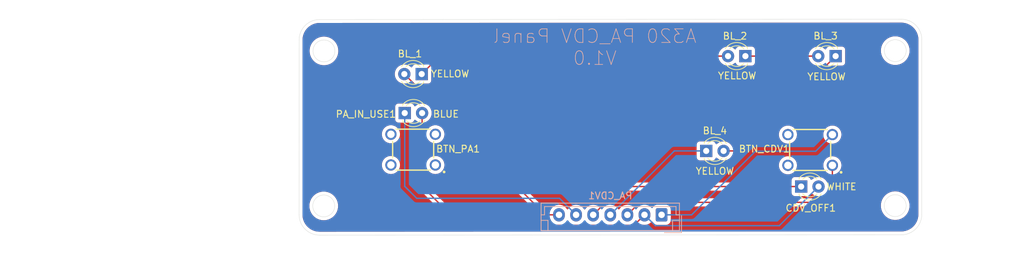
<source format=kicad_pcb>
(kicad_pcb (version 20240108) (generator "pcbnew") (generator_version "8.0")
  (title_block (title "A320 PA_CDV Panel") (date "2024-11-24") (rev "V1.0") (company "S.K.") (comment 1 "Connector to ADIRS"))
  (layers (0 "F.Cu" signal) (31 "B.Cu" signal) (34 "B.Paste" user) (35 "F.Paste" user) (36 "B.SilkS" user "B.Silkscreen") (37 "F.SilkS" user "F.Silkscreen") (38 "B.Mask" user) (39 "F.Mask" user) (44 "Edge.Cuts" user))
  (net 0 "")
  (net 1 "GND")
  (net 2 "12V_IN")
  (net 3 "Net-(BL_1-K)")
  (net 4 "Net-(BL_2-K)")
  (net 5 "Net-(BL_3-K)")
  (net 6 "BACKLIGHT_EXT")
  (net 9 "BTN_CDV_OFF")
  (net 14 "CDV_OFF")
  (net 15 "PA_IN_USE")
  (net 16 "+5V")
  (footprint "LED_THT:LED_D3.0mm" (layer "F.Cu") (at 155.0172 50.277 180)
    (property "Reference" "BL_3" (at 1.465 2.95 0) (layer "F.SilkS"))
    (property "Value" "YELLOW" (at 1.335 -3.01 0) (layer "F.SilkS"))
    (fp_line (start -0.29 1.08) (end -0.29 1.236) (stroke (width 0.12)) (layer "F.SilkS"))
    (fp_line (start -0.29 -1.236) (end -0.29 -1.08) (stroke (width 0.12)) (layer "F.SilkS"))
    (fp_arc (start 2.942335 1.078608) (mid 1.366487 1.987659) (end -0.29 1.235516) (stroke (width 0.12)) (layer "F.SilkS"))
    (fp_arc (start 2.31113 1.079837) (mid 1.270117 1.5) (end 0.229039 1.08) (stroke (width 0.12)) (layer "F.SilkS"))
    (fp_arc (start 0.229039 -1.08) (mid 1.270117 -1.5) (end 2.31113 -1.079837) (stroke (width 0.12)) (layer "F.SilkS"))
    (fp_arc (start -0.29 -1.235516) (mid 1.366487 -1.987659) (end 2.942335 -1.078608) (stroke (width 0.12)) (layer "F.SilkS"))
    (pad "1" thru_hole rect (at 0 0 180) (size 1.8 1.8) (drill 0.9) (layers "*.Cu" "*.Mask") (net 5 "Net-(BL_3-K)"))
    (pad "2" thru_hole circle (at 2.54 0 180) (size 1.8 1.8) (drill 0.9) (layers "*.Cu" "*.Mask") (net 4 "Net-(BL_2-K)"))
  )
  (footprint "LED_THT:LED_D3.0mm" (layer "F.Cu") (at 136.0972 64.167)
    (property "Reference" "BL_4" (at 1.27 -2.96 0) (layer "F.SilkS"))
    (property "Value" "YELLOW" (at 1.27 2.96 0) (layer "F.SilkS"))
    (fp_line (start -0.29 -1.236) (end -0.29 -1.08) (stroke (width 0.12)) (layer "F.SilkS"))
    (fp_line (start -0.29 1.08) (end -0.29 1.236) (stroke (width 0.12)) (layer "F.SilkS"))
    (fp_arc (start -0.29 -1.235516) (mid 1.366487 -1.987659) (end 2.942335 -1.078608) (stroke (width 0.12)) (layer "F.SilkS"))
    (fp_arc (start 0.229039 -1.08) (mid 1.270117 -1.5) (end 2.31113 -1.079837) (stroke (width 0.12)) (layer "F.SilkS"))
    (fp_arc (start 2.31113 1.079837) (mid 1.270117 1.5) (end 0.229039 1.08) (stroke (width 0.12)) (layer "F.SilkS"))
    (fp_arc (start 2.942335 1.078608) (mid 1.366487 1.987659) (end -0.29 1.235516) (stroke (width 0.12)) (layer "F.SilkS"))
    (pad "1" thru_hole rect (at 0 0) (size 1.8 1.8) (drill 0.9) (layers "*.Cu" "*.Mask") (net 6 "BACKLIGHT_EXT"))
    (pad "2" thru_hole circle (at 2.54 0) (size 1.8 1.8) (drill 0.9) (layers "*.Cu" "*.Mask") (net 5 "Net-(BL_3-K)"))
  )
  (footprint "LED_THT:LED_D3.0mm" (layer "F.Cu") (at 149.9772 69.387)
    (property "Reference" "CDV_OFF1" (at 1.405 3.15 0) (layer "F.SilkS"))
    (property "Value" "WHITE" (at 5.905 0.02 0) (layer "F.SilkS"))
    (fp_line (start -0.29 -1.236) (end -0.29 -1.08) (stroke (width 0.12)) (layer "F.SilkS"))
    (fp_line (start -0.29 1.08) (end -0.29 1.236) (stroke (width 0.12)) (layer "F.SilkS"))
    (fp_arc (start -0.29 -1.235516) (mid 1.366487 -1.987659) (end 2.942335 -1.078608) (stroke (width 0.12)) (layer "F.SilkS"))
    (fp_arc (start 0.229039 -1.08) (mid 1.270117 -1.5) (end 2.31113 -1.079837) (stroke (width 0.12)) (layer "F.SilkS"))
    (fp_arc (start 2.31113 1.079837) (mid 1.270117 1.5) (end 0.229039 1.08) (stroke (width 0.12)) (layer "F.SilkS"))
    (fp_arc (start 2.942335 1.078608) (mid 1.366487 1.987659) (end -0.29 1.235516) (stroke (width 0.12)) (layer "F.SilkS"))
    (pad "1" thru_hole rect (at 0 0) (size 1.8 1.8) (drill 0.9) (layers "*.Cu" "*.Mask") (net 14 "CDV_OFF"))
    (pad "2" thru_hole circle (at 2.54 0) (size 1.8 1.8) (drill 0.9) (layers "*.Cu" "*.Mask") (net 16 "+5V"))
  )
  (footprint "SamacSys_Parts:B3F1000" (layer "F.Cu") (at 93.2522 63.977)
    (property "Reference" "BTN_PA1" (at 6.57 -0.1 0) (layer "F.SilkS"))
    (property "Value" "B3F-1055" (hide yes))
    (fp_line (start -3 -1.2) (end -3 1.2) (stroke (width 0.2)) (layer "F.SilkS"))
    (fp_line (start -2.5 -3) (end 2.5 -3) (stroke (width 0.2)) (layer "F.SilkS"))
    (fp_line (start -2.5 3) (end 2.5 3) (stroke (width 0.2)) (layer "F.SilkS"))
    (fp_line (start 3 -1.2) (end 3 1.2) (stroke (width 0.2)) (layer "F.SilkS"))
    (fp_circle (center 4.527 3.273) (end 4.527 3.37588) (stroke (width 0.2)) (fill none) (layer "F.SilkS"))
    (pad "1" thru_hole circle (at 3.25 2.25) (size 1.65 1.65) (drill 1.1) (layers "*.Cu" "*.Mask"))
    (pad "2" thru_hole circle (at -3.25 2.25) (size 1.65 1.65) (drill 1.1) (layers "*.Cu" "*.Mask"))
    (pad "3" thru_hole circle (at 3.25 -2.25) (size 1.65 1.65) (drill 1.1) (layers "*.Cu" "*.Mask"))
    (pad "4" thru_hole circle (at -3.25 -2.25) (size 1.65 1.65) (drill 1.1) (layers "*.Cu" "*.Mask"))
  )
  (footprint "SamacSys_Parts:B3F1000" (layer "F.Cu") (at 151.2922 64.027)
    (property "Reference" "BTN_CDV1" (at -6.71 -0.15 0) (layer "F.SilkS"))
    (property "Value" "B3F-1055" (hide yes))
    (fp_line (start -3 -1.2) (end -3 1.2) (stroke (width 0.2)) (layer "F.SilkS"))
    (fp_line (start -2.5 -3) (end 2.5 -3) (stroke (width 0.2)) (layer "F.SilkS"))
    (fp_line (start -2.5 3) (end 2.5 3) (stroke (width 0.2)) (layer "F.SilkS"))
    (fp_line (start 3 -1.2) (end 3 1.2) (stroke (width 0.2)) (layer "F.SilkS"))
    (fp_circle (center 4.527 3.273) (end 4.527 3.37588) (stroke (width 0.2)) (fill none) (layer "F.SilkS"))
    (pad "1" thru_hole circle (at 3.25 2.25) (size 1.65 1.65) (drill 1.1) (layers "*.Cu" "*.Mask") (net 9 "BTN_CDV_OFF"))
    (pad "2" thru_hole circle (at -3.25 2.25) (size 1.65 1.65) (drill 1.1) (layers "*.Cu" "*.Mask"))
    (pad "3" thru_hole circle (at 3.25 -2.25) (size 1.65 1.65) (drill 1.1) (layers "*.Cu" "*.Mask") (net 1 "GND"))
    (pad "4" thru_hole circle (at -3.25 -2.25) (size 1.65 1.65) (drill 1.1) (layers "*.Cu" "*.Mask"))
  )
  (footprint "LED_THT:LED_D3.0mm" (layer "F.Cu") (at 94.5022 52.907 180)
    (property "Reference" "BL_1" (at 1.72 2.96 0) (layer "F.SilkS"))
    (property "Value" "YELLOW" (at -4.1478 0.037 0) (layer "F.SilkS"))
    (fp_line (start -0.29 1.08) (end -0.29 1.236) (stroke (width 0.12)) (layer "F.SilkS"))
    (fp_line (start -0.29 -1.236) (end -0.29 -1.08) (stroke (width 0.12)) (layer "F.SilkS"))
    (fp_arc (start 2.942335 1.078608) (mid 1.366487 1.987659) (end -0.29 1.235516) (stroke (width 0.12)) (layer "F.SilkS"))
    (fp_arc (start 2.31113 1.079837) (mid 1.270117 1.5) (end 0.229039 1.08) (stroke (width 0.12)) (layer "F.SilkS"))
    (fp_arc (start 0.229039 -1.08) (mid 1.270117 -1.5) (end 2.31113 -1.079837) (stroke (width 0.12)) (layer "F.SilkS"))
    (fp_arc (start -0.29 -1.235516) (mid 1.366487 -1.987659) (end 2.942335 -1.078608) (stroke (width 0.12)) (layer "F.SilkS"))
    (pad "1" thru_hole rect (at 0 0 180) (size 1.8 1.8) (drill 0.9) (layers "*.Cu" "*.Mask") (net 3 "Net-(BL_1-K)"))
    (pad "2" thru_hole circle (at 2.54 0 180) (size 1.8 1.8) (drill 0.9) (layers "*.Cu" "*.Mask") (net 2 "12V_IN"))
  )
  (footprint "LED_THT:LED_D3.0mm" (layer "F.Cu") (at 92.02 58.62)
    (property "Reference" "PA_IN_USE1" (at -5.68 0.16 0) (layer "F.SilkS"))
    (property "Value" "BLUE" (at 6.03 0.14 0) (layer "F.SilkS"))
    (fp_line (start -0.29 -1.236) (end -0.29 -1.08) (stroke (width 0.12)) (layer "F.SilkS"))
    (fp_line (start -0.29 1.08) (end -0.29 1.236) (stroke (width 0.12)) (layer "F.SilkS"))
    (fp_arc (start -0.29 -1.235516) (mid 1.366487 -1.987659) (end 2.942335 -1.078608) (stroke (width 0.12)) (layer "F.SilkS"))
    (fp_arc (start 0.229039 -1.08) (mid 1.270117 -1.5) (end 2.31113 -1.079837) (stroke (width 0.12)) (layer "F.SilkS"))
    (fp_arc (start 2.31113 1.079837) (mid 1.270117 1.5) (end 0.229039 1.08) (stroke (width 0.12)) (layer "F.SilkS"))
    (fp_arc (start 2.942335 1.078608) (mid 1.366487 1.987659) (end -0.29 1.235516) (stroke (width 0.12)) (layer "F.SilkS"))
    (pad "1" thru_hole rect (at 0 0) (size 1.8 1.8) (drill 0.9) (layers "*.Cu" "*.Mask") (net 15 "PA_IN_USE"))
    (pad "2" thru_hole circle (at 2.54 0) (size 1.8 1.8) (drill 0.9) (layers "*.Cu" "*.Mask") (net 16 "+5V"))
  )
  (footprint "LED_THT:LED_D3.0mm" (layer "F.Cu") (at 141.8272 50.277 180)
    (property "Reference" "BL_2" (at 1.525 2.94 0) (layer "F.SilkS"))
    (property "Value" "YELLOW" (at 1.215 -2.88 0) (layer "F.SilkS"))
    (fp_line (start -0.29 1.08) (end -0.29 1.236) (stroke (width 0.12)) (layer "F.SilkS"))
    (fp_line (start -0.29 -1.236) (end -0.29 -1.08) (stroke (width 0.12)) (layer "F.SilkS"))
    (fp_arc (start 2.942335 1.078608) (mid 1.366487 1.987659) (end -0.29 1.235516) (stroke (width 0.12)) (layer "F.SilkS"))
    (fp_arc (start 2.31113 1.079837) (mid 1.270117 1.5) (end 0.229039 1.08) (stroke (width 0.12)) (layer "F.SilkS"))
    (fp_arc (start 0.229039 -1.08) (mid 1.270117 -1.5) (end 2.31113 -1.079837) (stroke (width 0.12)) (layer "F.SilkS"))
    (fp_arc (start -0.29 -1.235516) (mid 1.366487 -1.987659) (end 2.942335 -1.078608) (stroke (width 0.12)) (layer "F.SilkS"))
    (pad "1" thru_hole rect (at 0 0 180) (size 1.8 1.8) (drill 0.9) (layers "*.Cu" "*.Mask") (net 4 "Net-(BL_2-K)"))
    (pad "2" thru_hole circle (at 2.54 0 180) (size 1.8 1.8) (drill 0.9) (layers "*.Cu" "*.Mask") (net 3 "Net-(BL_1-K)"))
  )
  (footprint "Connector_JST:JST_EH_B7B-EH-A_1x07_P2.50mm_Vertical" (layer "B.Cu") (at 129.5722 73.527 180)
    (property "Reference" "PA_CDV1" (at 7.5 2.8 0) (layer "B.SilkS") (effects (justify mirror)))
    (property "Value" "Pin Header 1x07" (hide yes))
    (fp_line (start 17.61 1.71) (end 17.61 -2.31) (stroke (width 0.12)) (layer "B.SilkS"))
    (fp_line (start 17.61 0) (end 17.11 0) (stroke (width 0.12)) (layer "B.SilkS"))
    (fp_line (start 17.61 -2.31) (end -2.61 -2.31) (stroke (width 0.12)) (layer "B.SilkS"))
    (fp_line (start 17.11 1.21) (end -2.11 1.21) (stroke (width 0.12)) (layer "B.SilkS"))
    (fp_line (start 17.11 0) (end 17.11 1.21) (stroke (width 0.12)) (layer "B.SilkS"))
    (fp_line (start 16.61 -0.81) (end 17.61 -0.81) (stroke (width 0.12)) (layer "B.SilkS"))
    (fp_line (start 16.61 -2.31) (end 16.61 -0.81) (stroke (width 0.12)) (layer "B.SilkS"))
    (fp_line (start -0.41 -2.61) (end -2.91 -2.61) (stroke (width 0.12)) (layer "B.SilkS"))
    (fp_line (start -1.61 -0.81) (end -2.61 -0.81) (stroke (width 0.12)) (layer "B.SilkS"))
    (fp_line (start -1.61 -2.31) (end -1.61 -0.81) (stroke (width 0.12)) (layer "B.SilkS"))
    (fp_line (start -2.11 1.21) (end -2.11 0) (stroke (width 0.12)) (layer "B.SilkS"))
    (fp_line (start -2.11 0) (end -2.61 0) (stroke (width 0.12)) (layer "B.SilkS"))
    (fp_line (start -2.61 1.71) (end 17.61 1.71) (stroke (width 0.12)) (layer "B.SilkS"))
    (fp_line (start -2.61 -2.31) (end -2.61 1.71) (stroke (width 0.12)) (layer "B.SilkS"))
    (fp_line (start -2.91 -2.61) (end -2.91 -0.11) (stroke (width 0.12)) (layer "B.SilkS"))
    (pad "1" thru_hole roundrect (at 0 0 180) (size 1.7 1.95) (drill 0.95) (layers "*.Cu" "*.Mask") (roundrect_rratio 0.147059) (net 1 "GND"))
    (pad "2" thru_hole oval (at 2.5 0 180) (size 1.7 1.95) (drill 0.95) (layers "*.Cu" "*.Mask") (net 16 "+5V"))
    (pad "3" thru_hole oval (at 5 0 180) (size 1.7 1.95) (drill 0.95) (layers "*.Cu" "*.Mask") (net 9 "BTN_CDV_OFF"))
    (pad "4" thru_hole oval (at 7.5 0 180) (size 1.7 1.95) (drill 0.95) (layers "*.Cu" "*.Mask") (net 6 "BACKLIGHT_EXT"))
    (pad "5" thru_hole oval (at 10 0 180) (size 1.7 1.95) (drill 0.95) (layers "*.Cu" "*.Mask") (net 14 "CDV_OFF"))
    (pad "6" thru_hole oval (at 12.5 0 180) (size 1.7 1.95) (drill 0.95) (layers "*.Cu" "*.Mask") (net 15 "PA_IN_USE"))
    (pad "7" thru_hole oval (at 15 0 180) (size 1.7 1.95) (drill 0.95) (layers "*.Cu" "*.Mask") (net 2 "12V_IN"))
  )
  (gr_arc (start 79.5738 76.5006) (mid 77.45248 75.62192) (end 76.5738 73.5006) (stroke (width 0.05)) (layer "Edge.Cuts"))
  (gr_arc (start 167.61468 73.45892) (mid 166.736 75.58024) (end 164.61468 76.45892) (stroke (width 0.05)) (layer "Edge.Cuts"))
  (gr_line (start 164.61468 76.45892) (end 79.5738 76.5006) (stroke (width 0.05)) (layer "Edge.Cuts"))
  (gr_line (start 167.62088 47.87832) (end 167.61468 73.45892) (stroke (width 0.05)) (layer "Edge.Cuts"))
  (gr_circle (center 80.1806 72.2234) (end 81.7806 72.2234) (stroke (width 0.05)) (fill none) (layer "Edge.Cuts"))
  (gr_circle (center 80.2122 49.517) (end 81.8122 49.517) (stroke (width 0.05)) (fill none) (layer "Edge.Cuts"))
  (gr_line (start 76.5738 73.5006) (end 76.58 47.92) (stroke (width 0.05)) (layer "Edge.Cuts"))
  (gr_line (start 79.58 44.92) (end 164.62088 44.87832) (stroke (width 0.05)) (layer "Edge.Cuts"))
  (gr_arc (start 76.58 47.92) (mid 77.45868 45.79868) (end 79.58 44.92) (stroke (width 0.05)) (layer "Edge.Cuts"))
  (gr_arc (start 164.62088 44.87832) (mid 166.7422 45.757) (end 167.62088 47.87832) (stroke (width 0.05)) (layer "Edge.Cuts"))
  (gr_circle (center 163.73508 49.47532) (end 165.33508 49.47532) (stroke (width 0.05)) (fill none) (layer "Edge.Cuts"))
  (gr_circle (center 163.72888 72.18172) (end 165.32888 72.18172) (stroke (width 0.05)) (fill none) (layer "Edge.Cuts"))
  (gr_text "${TITLE}\n${REVISION}" (at 119.8222 51.747 0) (layer "B.SilkS") (effects (font (size 2 2) (thickness 0.1)) (justify bottom mirror)))
  (segment (start 154.5422 61.777) (end 152.1022 64.217) (width 0.2) (layer "B.Cu") (net 1))
  (segment (start 133.9722 73.527) (end 129.5722 73.527) (width 0.2) (layer "B.Cu") (net 1))
  (segment (start 143.2822 64.217) (end 133.9722 73.527) (width 0.2) (layer "B.Cu") (net 1))
  (segment (start 152.1022 64.217) (end 143.2822 64.217) (width 0.2) (layer "B.Cu") (net 1))
  (segment (start 114.5722 73.527) (end 112.5822 73.527) (width 0.2) (layer "F.Cu") (net 2))
  (segment (start 112.5822 73.527) (end 91.9622 52.907) (width 0.2) (layer "F.Cu") (net 2))
  (segment (start 97.1322 50.277) (end 94.5022 52.907) (width 0.2) (layer "F.Cu") (net 3))
  (segment (start 139.2872 50.277) (end 97.1322 50.277) (width 0.2) (layer "F.Cu") (net 3))
  (segment (start 141.8272 50.277) (end 152.4772 50.277) (width 0.2) (layer "F.Cu") (net 4))
  (segment (start 141.1272 64.167) (end 155.0172 50.277) (width 0.2) (layer "F.Cu") (net 5))
  (segment (start 138.6372 64.167) (end 141.1272 64.167) (width 0.2) (layer "F.Cu") (net 5))
  (segment (start 131.4322 64.167) (end 136.0972 64.167) (width 0.2) (layer "B.Cu") (net 6))
  (segment (start 122.0722 73.527) (end 131.4322 64.167) (width 0.2) (layer "B.Cu") (net 6))
  (segment (start 154.5422 69.677) (end 152.5172 71.702) (width 0.2) (layer "F.Cu") (net 9))
  (segment (start 124.5722 73.527) (end 126.3972 71.702) (width 0.2) (layer "F.Cu") (net 9))
  (segment (start 152.5172 71.702) (end 126.3972 71.702) (width 0.2) (layer "F.Cu") (net 9))
  (segment (start 154.5422 66.277) (end 154.5422 69.677) (width 0.2) (layer "F.Cu") (net 9))
  (segment (start 123.7122 69.387) (end 119.5722 73.527) (width 0.2) (layer "F.Cu") (net 14))
  (segment (start 149.9772 69.387) (end 123.7122 69.387) (width 0.2) (layer "F.Cu") (net 14))
  (segment (start 114.6522 71.107) (end 117.0722 73.527) (width 0.2) (layer "B.Cu") (net 15))
  (segment (start 93.7722 71.107) (end 114.6522 71.107) (width 0.2) (layer "B.Cu") (net 15))
  (segment (start 91.9922 69.327) (end 92.8926 70.2274) (width 0.2) (layer "B.Cu") (net 15))
  (segment (start 92.02 58.62) (end 92.02 69.3548) (width 0.2) (layer "B.Cu") (net 15))
  (segment (start 92.8926 70.2274) (end 93.7722 71.107) (width 0.2) (layer "B.Cu") (net 15))
  (segment (start 92.02 69.3548) (end 92.8926 70.2274) (width 0.2) (layer "B.Cu") (net 15))
  (segment (start 127.0722 73.527) (end 125.5322 75.067) (width 0.2) (layer "F.Cu") (net 16))
  (segment (start 100.2722 75.067) (end 95.4476 70.2424) (width 0.2) (layer "F.Cu") (net 16))
  (segment (start 125.5322 75.067) (end 100.2722 75.067) (width 0.2) (layer "F.Cu") (net 16))
  (segment (start 94.56 58.62) (end 94.56 69.3548) (width 0.2) (layer "F.Cu") (net 16))
  (segment (start 94.56 69.3548) (end 95.4476 70.2424) (width 0.2) (layer "F.Cu") (net 16))
  (segment (start 95.4476 70.2424) (end 94.5322 69.327) (width 0.2) (layer "F.Cu") (net 16))
  (segment (start 146.7872 75.117) (end 152.5172 69.387) (width 0.2) (layer "B.Cu") (net 16))
  (segment (start 128.6622 75.117) (end 146.7872 75.117) (width 0.2) (layer "B.Cu") (net 16))
  (segment (start 127.0722 73.527) (end 128.6622 75.117) (width 0.2) (layer "B.Cu") (net 16))
  (zone (net 0) (net_name "") (layer "F.Cu") (connect_pads (clearance 0.5)) (min_thickness 0.25) (fill yes (thermal_gap 0.5) (thermal_bridge_width 0.5) (island_removal_mode 1) (island_area_min 10))
    (polygon (pts (xy 74.06 43.53) (xy 168.87 43.36) (xy 168.66 77.58) (xy 73.96 77.55)))
  )
  (zone (net 0) (net_name "") (layer "B.Cu") (priority 1) (connect_pads (clearance 0.5)) (min_thickness 0.25) (fill yes (thermal_gap 0.5) (thermal_bridge_width 0.5) (island_removal_mode 1) (island_area_min 10))
    (polygon (pts (xy 168.32 44.24) (xy 168.15 77.14) (xy 74.61 76.87) (xy 74.54 43.85)))
  )
)
</source>
